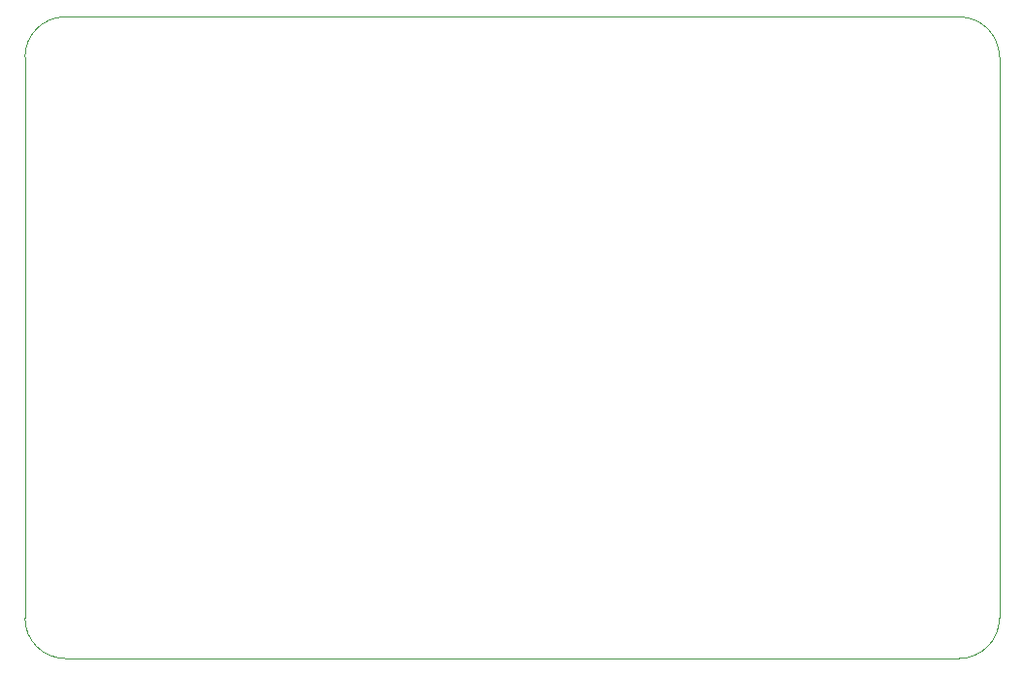
<source format=gbr>
%TF.GenerationSoftware,KiCad,Pcbnew,(6.0.4)*%
%TF.CreationDate,2022-03-25T16:17:33-04:00*%
%TF.ProjectId,relay_board,72656c61-795f-4626-9f61-72642e6b6963,rev?*%
%TF.SameCoordinates,Original*%
%TF.FileFunction,Profile,NP*%
%FSLAX46Y46*%
G04 Gerber Fmt 4.6, Leading zero omitted, Abs format (unit mm)*
G04 Created by KiCad (PCBNEW (6.0.4)) date 2022-03-25 16:17:33*
%MOMM*%
%LPD*%
G01*
G04 APERTURE LIST*
%TA.AperFunction,Profile*%
%ADD10C,0.100000*%
%TD*%
G04 APERTURE END LIST*
D10*
X245000000Y-73500000D02*
G75*
G03*
X241500000Y-70000000I-3500000J0D01*
G01*
X163500000Y-126000000D02*
X241500000Y-126000000D01*
X241500000Y-126000000D02*
G75*
G03*
X245000000Y-122500000I0J3500000D01*
G01*
X160000000Y-122500000D02*
G75*
G03*
X163500000Y-126000000I3500000J0D01*
G01*
X160000000Y-122500000D02*
X160000000Y-73500000D01*
X245000000Y-122500000D02*
X245000000Y-73500000D01*
X163500000Y-70000000D02*
X241500000Y-70000000D01*
X163500000Y-70000000D02*
G75*
G03*
X160000000Y-73500000I0J-3500000D01*
G01*
M02*

</source>
